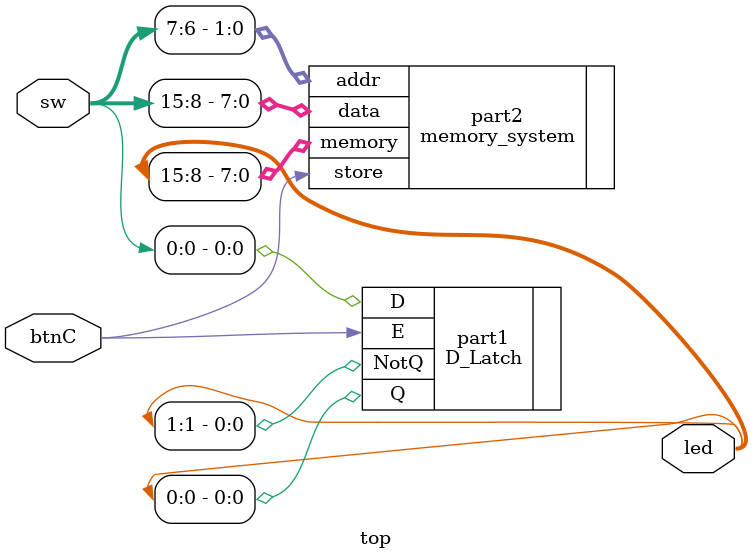
<source format=v>
module top(
    input [15:0] sw,
    input btnC,
    output [15:0] led
);
    D_Latch part1(
        .D(sw[0]),
        .Q(led[0]),
        .NotQ(led[1]),
        .E(btnC)
    );
    
    memory_system part2(
        .data(sw[15:8]),
        .addr(sw[7:6]),
        .store(btnC),
        .memory(led[15:8])
    );

endmodule

</source>
